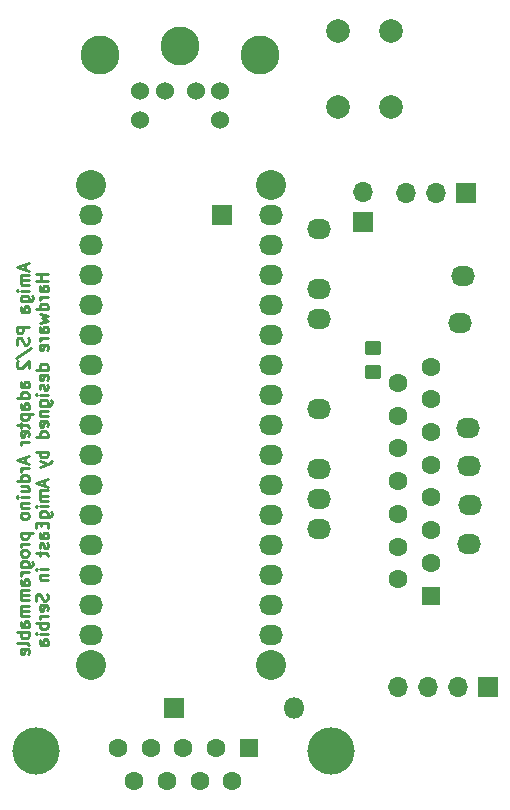
<source format=gbr>
%TF.GenerationSoftware,KiCad,Pcbnew,(6.0.2)*%
%TF.CreationDate,2024-04-09T06:49:27+01:00*%
%TF.ProjectId,amigaps2 revision1.7,616d6967-6170-4733-9220-726576697369,rev?*%
%TF.SameCoordinates,Original*%
%TF.FileFunction,Soldermask,Bot*%
%TF.FilePolarity,Negative*%
%FSLAX46Y46*%
G04 Gerber Fmt 4.6, Leading zero omitted, Abs format (unit mm)*
G04 Created by KiCad (PCBNEW (6.0.2)) date 2024-04-09 06:49:27*
%MOMM*%
%LPD*%
G01*
G04 APERTURE LIST*
G04 Aperture macros list*
%AMRoundRect*
0 Rectangle with rounded corners*
0 $1 Rounding radius*
0 $2 $3 $4 $5 $6 $7 $8 $9 X,Y pos of 4 corners*
0 Add a 4 corners polygon primitive as box body*
4,1,4,$2,$3,$4,$5,$6,$7,$8,$9,$2,$3,0*
0 Add four circle primitives for the rounded corners*
1,1,$1+$1,$2,$3*
1,1,$1+$1,$4,$5*
1,1,$1+$1,$6,$7*
1,1,$1+$1,$8,$9*
0 Add four rect primitives between the rounded corners*
20,1,$1+$1,$2,$3,$4,$5,0*
20,1,$1+$1,$4,$5,$6,$7,0*
20,1,$1+$1,$6,$7,$8,$9,0*
20,1,$1+$1,$8,$9,$2,$3,0*%
G04 Aperture macros list end*
%ADD10C,0.250000*%
%ADD11RoundRect,0.250000X0.450000X-0.350000X0.450000X0.350000X-0.450000X0.350000X-0.450000X-0.350000X0*%
%ADD12O,2.032000X1.727200*%
%ADD13C,2.540000*%
%ADD14R,1.700000X1.700000*%
%ADD15O,1.700000X1.700000*%
%ADD16C,1.600000*%
%ADD17C,4.000000*%
%ADD18R,1.600000X1.600000*%
%ADD19R,1.800000X1.800000*%
%ADD20O,1.800000X1.800000*%
%ADD21C,1.524000*%
%ADD22C,3.300000*%
%ADD23C,2.000000*%
G04 APERTURE END LIST*
D10*
X133851666Y-75386190D02*
X133851666Y-75862380D01*
X134137380Y-75290952D02*
X133137380Y-75624285D01*
X134137380Y-75957619D01*
X134137380Y-76290952D02*
X133470714Y-76290952D01*
X133565952Y-76290952D02*
X133518333Y-76338571D01*
X133470714Y-76433809D01*
X133470714Y-76576666D01*
X133518333Y-76671904D01*
X133613571Y-76719523D01*
X134137380Y-76719523D01*
X133613571Y-76719523D02*
X133518333Y-76767142D01*
X133470714Y-76862380D01*
X133470714Y-77005238D01*
X133518333Y-77100476D01*
X133613571Y-77148095D01*
X134137380Y-77148095D01*
X134137380Y-77624285D02*
X133470714Y-77624285D01*
X133137380Y-77624285D02*
X133185000Y-77576666D01*
X133232619Y-77624285D01*
X133185000Y-77671904D01*
X133137380Y-77624285D01*
X133232619Y-77624285D01*
X133470714Y-78529047D02*
X134280238Y-78529047D01*
X134375476Y-78481428D01*
X134423095Y-78433809D01*
X134470714Y-78338571D01*
X134470714Y-78195714D01*
X134423095Y-78100476D01*
X134089761Y-78529047D02*
X134137380Y-78433809D01*
X134137380Y-78243333D01*
X134089761Y-78148095D01*
X134042142Y-78100476D01*
X133946904Y-78052857D01*
X133661190Y-78052857D01*
X133565952Y-78100476D01*
X133518333Y-78148095D01*
X133470714Y-78243333D01*
X133470714Y-78433809D01*
X133518333Y-78529047D01*
X134137380Y-79433809D02*
X133613571Y-79433809D01*
X133518333Y-79386190D01*
X133470714Y-79290952D01*
X133470714Y-79100476D01*
X133518333Y-79005238D01*
X134089761Y-79433809D02*
X134137380Y-79338571D01*
X134137380Y-79100476D01*
X134089761Y-79005238D01*
X133994523Y-78957619D01*
X133899285Y-78957619D01*
X133804047Y-79005238D01*
X133756428Y-79100476D01*
X133756428Y-79338571D01*
X133708809Y-79433809D01*
X134137380Y-80671904D02*
X133137380Y-80671904D01*
X133137380Y-81052857D01*
X133185000Y-81148095D01*
X133232619Y-81195714D01*
X133327857Y-81243333D01*
X133470714Y-81243333D01*
X133565952Y-81195714D01*
X133613571Y-81148095D01*
X133661190Y-81052857D01*
X133661190Y-80671904D01*
X134089761Y-81624285D02*
X134137380Y-81767142D01*
X134137380Y-82005238D01*
X134089761Y-82100476D01*
X134042142Y-82148095D01*
X133946904Y-82195714D01*
X133851666Y-82195714D01*
X133756428Y-82148095D01*
X133708809Y-82100476D01*
X133661190Y-82005238D01*
X133613571Y-81814761D01*
X133565952Y-81719523D01*
X133518333Y-81671904D01*
X133423095Y-81624285D01*
X133327857Y-81624285D01*
X133232619Y-81671904D01*
X133185000Y-81719523D01*
X133137380Y-81814761D01*
X133137380Y-82052857D01*
X133185000Y-82195714D01*
X133089761Y-83338571D02*
X134375476Y-82481428D01*
X133232619Y-83624285D02*
X133185000Y-83671904D01*
X133137380Y-83767142D01*
X133137380Y-84005238D01*
X133185000Y-84100476D01*
X133232619Y-84148095D01*
X133327857Y-84195714D01*
X133423095Y-84195714D01*
X133565952Y-84148095D01*
X134137380Y-83576666D01*
X134137380Y-84195714D01*
X134137380Y-85814761D02*
X133613571Y-85814761D01*
X133518333Y-85767142D01*
X133470714Y-85671904D01*
X133470714Y-85481428D01*
X133518333Y-85386190D01*
X134089761Y-85814761D02*
X134137380Y-85719523D01*
X134137380Y-85481428D01*
X134089761Y-85386190D01*
X133994523Y-85338571D01*
X133899285Y-85338571D01*
X133804047Y-85386190D01*
X133756428Y-85481428D01*
X133756428Y-85719523D01*
X133708809Y-85814761D01*
X134137380Y-86719523D02*
X133137380Y-86719523D01*
X134089761Y-86719523D02*
X134137380Y-86624285D01*
X134137380Y-86433809D01*
X134089761Y-86338571D01*
X134042142Y-86290952D01*
X133946904Y-86243333D01*
X133661190Y-86243333D01*
X133565952Y-86290952D01*
X133518333Y-86338571D01*
X133470714Y-86433809D01*
X133470714Y-86624285D01*
X133518333Y-86719523D01*
X134137380Y-87624285D02*
X133613571Y-87624285D01*
X133518333Y-87576666D01*
X133470714Y-87481428D01*
X133470714Y-87290952D01*
X133518333Y-87195714D01*
X134089761Y-87624285D02*
X134137380Y-87529047D01*
X134137380Y-87290952D01*
X134089761Y-87195714D01*
X133994523Y-87148095D01*
X133899285Y-87148095D01*
X133804047Y-87195714D01*
X133756428Y-87290952D01*
X133756428Y-87529047D01*
X133708809Y-87624285D01*
X133470714Y-88100476D02*
X134470714Y-88100476D01*
X133518333Y-88100476D02*
X133470714Y-88195714D01*
X133470714Y-88386190D01*
X133518333Y-88481428D01*
X133565952Y-88529047D01*
X133661190Y-88576666D01*
X133946904Y-88576666D01*
X134042142Y-88529047D01*
X134089761Y-88481428D01*
X134137380Y-88386190D01*
X134137380Y-88195714D01*
X134089761Y-88100476D01*
X133470714Y-88862380D02*
X133470714Y-89243333D01*
X133137380Y-89005238D02*
X133994523Y-89005238D01*
X134089761Y-89052857D01*
X134137380Y-89148095D01*
X134137380Y-89243333D01*
X134089761Y-89957619D02*
X134137380Y-89862380D01*
X134137380Y-89671904D01*
X134089761Y-89576666D01*
X133994523Y-89529047D01*
X133613571Y-89529047D01*
X133518333Y-89576666D01*
X133470714Y-89671904D01*
X133470714Y-89862380D01*
X133518333Y-89957619D01*
X133613571Y-90005238D01*
X133708809Y-90005238D01*
X133804047Y-89529047D01*
X134137380Y-90433809D02*
X133470714Y-90433809D01*
X133661190Y-90433809D02*
X133565952Y-90481428D01*
X133518333Y-90529047D01*
X133470714Y-90624285D01*
X133470714Y-90719523D01*
X133851666Y-91767142D02*
X133851666Y-92243333D01*
X134137380Y-91671904D02*
X133137380Y-92005238D01*
X134137380Y-92338571D01*
X134137380Y-92671904D02*
X133470714Y-92671904D01*
X133661190Y-92671904D02*
X133565952Y-92719523D01*
X133518333Y-92767142D01*
X133470714Y-92862380D01*
X133470714Y-92957619D01*
X134137380Y-93719523D02*
X133137380Y-93719523D01*
X134089761Y-93719523D02*
X134137380Y-93624285D01*
X134137380Y-93433809D01*
X134089761Y-93338571D01*
X134042142Y-93290952D01*
X133946904Y-93243333D01*
X133661190Y-93243333D01*
X133565952Y-93290952D01*
X133518333Y-93338571D01*
X133470714Y-93433809D01*
X133470714Y-93624285D01*
X133518333Y-93719523D01*
X133470714Y-94624285D02*
X134137380Y-94624285D01*
X133470714Y-94195714D02*
X133994523Y-94195714D01*
X134089761Y-94243333D01*
X134137380Y-94338571D01*
X134137380Y-94481428D01*
X134089761Y-94576666D01*
X134042142Y-94624285D01*
X134137380Y-95100476D02*
X133470714Y-95100476D01*
X133137380Y-95100476D02*
X133185000Y-95052857D01*
X133232619Y-95100476D01*
X133185000Y-95148095D01*
X133137380Y-95100476D01*
X133232619Y-95100476D01*
X133470714Y-95576666D02*
X134137380Y-95576666D01*
X133565952Y-95576666D02*
X133518333Y-95624285D01*
X133470714Y-95719523D01*
X133470714Y-95862380D01*
X133518333Y-95957619D01*
X133613571Y-96005238D01*
X134137380Y-96005238D01*
X134137380Y-96624285D02*
X134089761Y-96529047D01*
X134042142Y-96481428D01*
X133946904Y-96433809D01*
X133661190Y-96433809D01*
X133565952Y-96481428D01*
X133518333Y-96529047D01*
X133470714Y-96624285D01*
X133470714Y-96767142D01*
X133518333Y-96862380D01*
X133565952Y-96909999D01*
X133661190Y-96957619D01*
X133946904Y-96957619D01*
X134042142Y-96909999D01*
X134089761Y-96862380D01*
X134137380Y-96767142D01*
X134137380Y-96624285D01*
X133470714Y-98148095D02*
X134470714Y-98148095D01*
X133518333Y-98148095D02*
X133470714Y-98243333D01*
X133470714Y-98433809D01*
X133518333Y-98529047D01*
X133565952Y-98576666D01*
X133661190Y-98624285D01*
X133946904Y-98624285D01*
X134042142Y-98576666D01*
X134089761Y-98529047D01*
X134137380Y-98433809D01*
X134137380Y-98243333D01*
X134089761Y-98148095D01*
X134137380Y-99052857D02*
X133470714Y-99052857D01*
X133661190Y-99052857D02*
X133565952Y-99100476D01*
X133518333Y-99148095D01*
X133470714Y-99243333D01*
X133470714Y-99338571D01*
X134137380Y-99814761D02*
X134089761Y-99719523D01*
X134042142Y-99671904D01*
X133946904Y-99624285D01*
X133661190Y-99624285D01*
X133565952Y-99671904D01*
X133518333Y-99719523D01*
X133470714Y-99814761D01*
X133470714Y-99957619D01*
X133518333Y-100052857D01*
X133565952Y-100100476D01*
X133661190Y-100148095D01*
X133946904Y-100148095D01*
X134042142Y-100100476D01*
X134089761Y-100052857D01*
X134137380Y-99957619D01*
X134137380Y-99814761D01*
X133470714Y-101005238D02*
X134280238Y-101005238D01*
X134375476Y-100957619D01*
X134423095Y-100909999D01*
X134470714Y-100814761D01*
X134470714Y-100671904D01*
X134423095Y-100576666D01*
X134089761Y-101005238D02*
X134137380Y-100909999D01*
X134137380Y-100719523D01*
X134089761Y-100624285D01*
X134042142Y-100576666D01*
X133946904Y-100529047D01*
X133661190Y-100529047D01*
X133565952Y-100576666D01*
X133518333Y-100624285D01*
X133470714Y-100719523D01*
X133470714Y-100909999D01*
X133518333Y-101005238D01*
X134137380Y-101481428D02*
X133470714Y-101481428D01*
X133661190Y-101481428D02*
X133565952Y-101529047D01*
X133518333Y-101576666D01*
X133470714Y-101671904D01*
X133470714Y-101767142D01*
X134137380Y-102529047D02*
X133613571Y-102529047D01*
X133518333Y-102481428D01*
X133470714Y-102386190D01*
X133470714Y-102195714D01*
X133518333Y-102100476D01*
X134089761Y-102529047D02*
X134137380Y-102433809D01*
X134137380Y-102195714D01*
X134089761Y-102100476D01*
X133994523Y-102052857D01*
X133899285Y-102052857D01*
X133804047Y-102100476D01*
X133756428Y-102195714D01*
X133756428Y-102433809D01*
X133708809Y-102529047D01*
X134137380Y-103005238D02*
X133470714Y-103005238D01*
X133565952Y-103005238D02*
X133518333Y-103052857D01*
X133470714Y-103148095D01*
X133470714Y-103290952D01*
X133518333Y-103386190D01*
X133613571Y-103433809D01*
X134137380Y-103433809D01*
X133613571Y-103433809D02*
X133518333Y-103481428D01*
X133470714Y-103576666D01*
X133470714Y-103719523D01*
X133518333Y-103814761D01*
X133613571Y-103862380D01*
X134137380Y-103862380D01*
X134137380Y-104338571D02*
X133470714Y-104338571D01*
X133565952Y-104338571D02*
X133518333Y-104386190D01*
X133470714Y-104481428D01*
X133470714Y-104624285D01*
X133518333Y-104719523D01*
X133613571Y-104767142D01*
X134137380Y-104767142D01*
X133613571Y-104767142D02*
X133518333Y-104814761D01*
X133470714Y-104909999D01*
X133470714Y-105052857D01*
X133518333Y-105148095D01*
X133613571Y-105195714D01*
X134137380Y-105195714D01*
X134137380Y-106100476D02*
X133613571Y-106100476D01*
X133518333Y-106052857D01*
X133470714Y-105957619D01*
X133470714Y-105767142D01*
X133518333Y-105671904D01*
X134089761Y-106100476D02*
X134137380Y-106005238D01*
X134137380Y-105767142D01*
X134089761Y-105671904D01*
X133994523Y-105624285D01*
X133899285Y-105624285D01*
X133804047Y-105671904D01*
X133756428Y-105767142D01*
X133756428Y-106005238D01*
X133708809Y-106100476D01*
X134137380Y-106576666D02*
X133137380Y-106576666D01*
X133518333Y-106576666D02*
X133470714Y-106671904D01*
X133470714Y-106862380D01*
X133518333Y-106957619D01*
X133565952Y-107005238D01*
X133661190Y-107052857D01*
X133946904Y-107052857D01*
X134042142Y-107005238D01*
X134089761Y-106957619D01*
X134137380Y-106862380D01*
X134137380Y-106671904D01*
X134089761Y-106576666D01*
X134137380Y-107624285D02*
X134089761Y-107529047D01*
X133994523Y-107481428D01*
X133137380Y-107481428D01*
X134089761Y-108386190D02*
X134137380Y-108290952D01*
X134137380Y-108100476D01*
X134089761Y-108005238D01*
X133994523Y-107957619D01*
X133613571Y-107957619D01*
X133518333Y-108005238D01*
X133470714Y-108100476D01*
X133470714Y-108290952D01*
X133518333Y-108386190D01*
X133613571Y-108433809D01*
X133708809Y-108433809D01*
X133804047Y-107957619D01*
X135747380Y-76219523D02*
X134747380Y-76219523D01*
X135223571Y-76219523D02*
X135223571Y-76790952D01*
X135747380Y-76790952D02*
X134747380Y-76790952D01*
X135747380Y-77695714D02*
X135223571Y-77695714D01*
X135128333Y-77648095D01*
X135080714Y-77552857D01*
X135080714Y-77362380D01*
X135128333Y-77267142D01*
X135699761Y-77695714D02*
X135747380Y-77600476D01*
X135747380Y-77362380D01*
X135699761Y-77267142D01*
X135604523Y-77219523D01*
X135509285Y-77219523D01*
X135414047Y-77267142D01*
X135366428Y-77362380D01*
X135366428Y-77600476D01*
X135318809Y-77695714D01*
X135747380Y-78171904D02*
X135080714Y-78171904D01*
X135271190Y-78171904D02*
X135175952Y-78219523D01*
X135128333Y-78267142D01*
X135080714Y-78362380D01*
X135080714Y-78457619D01*
X135747380Y-79219523D02*
X134747380Y-79219523D01*
X135699761Y-79219523D02*
X135747380Y-79124285D01*
X135747380Y-78933809D01*
X135699761Y-78838571D01*
X135652142Y-78790952D01*
X135556904Y-78743333D01*
X135271190Y-78743333D01*
X135175952Y-78790952D01*
X135128333Y-78838571D01*
X135080714Y-78933809D01*
X135080714Y-79124285D01*
X135128333Y-79219523D01*
X135080714Y-79600476D02*
X135747380Y-79790952D01*
X135271190Y-79981428D01*
X135747380Y-80171904D01*
X135080714Y-80362380D01*
X135747380Y-81171904D02*
X135223571Y-81171904D01*
X135128333Y-81124285D01*
X135080714Y-81029047D01*
X135080714Y-80838571D01*
X135128333Y-80743333D01*
X135699761Y-81171904D02*
X135747380Y-81076666D01*
X135747380Y-80838571D01*
X135699761Y-80743333D01*
X135604523Y-80695714D01*
X135509285Y-80695714D01*
X135414047Y-80743333D01*
X135366428Y-80838571D01*
X135366428Y-81076666D01*
X135318809Y-81171904D01*
X135747380Y-81648095D02*
X135080714Y-81648095D01*
X135271190Y-81648095D02*
X135175952Y-81695714D01*
X135128333Y-81743333D01*
X135080714Y-81838571D01*
X135080714Y-81933809D01*
X135699761Y-82648095D02*
X135747380Y-82552857D01*
X135747380Y-82362380D01*
X135699761Y-82267142D01*
X135604523Y-82219523D01*
X135223571Y-82219523D01*
X135128333Y-82267142D01*
X135080714Y-82362380D01*
X135080714Y-82552857D01*
X135128333Y-82648095D01*
X135223571Y-82695714D01*
X135318809Y-82695714D01*
X135414047Y-82219523D01*
X135747380Y-84314761D02*
X134747380Y-84314761D01*
X135699761Y-84314761D02*
X135747380Y-84219523D01*
X135747380Y-84029047D01*
X135699761Y-83933809D01*
X135652142Y-83886190D01*
X135556904Y-83838571D01*
X135271190Y-83838571D01*
X135175952Y-83886190D01*
X135128333Y-83933809D01*
X135080714Y-84029047D01*
X135080714Y-84219523D01*
X135128333Y-84314761D01*
X135699761Y-85171904D02*
X135747380Y-85076666D01*
X135747380Y-84886190D01*
X135699761Y-84790952D01*
X135604523Y-84743333D01*
X135223571Y-84743333D01*
X135128333Y-84790952D01*
X135080714Y-84886190D01*
X135080714Y-85076666D01*
X135128333Y-85171904D01*
X135223571Y-85219523D01*
X135318809Y-85219523D01*
X135414047Y-84743333D01*
X135699761Y-85600476D02*
X135747380Y-85695714D01*
X135747380Y-85886190D01*
X135699761Y-85981428D01*
X135604523Y-86029047D01*
X135556904Y-86029047D01*
X135461666Y-85981428D01*
X135414047Y-85886190D01*
X135414047Y-85743333D01*
X135366428Y-85648095D01*
X135271190Y-85600476D01*
X135223571Y-85600476D01*
X135128333Y-85648095D01*
X135080714Y-85743333D01*
X135080714Y-85886190D01*
X135128333Y-85981428D01*
X135747380Y-86457619D02*
X135080714Y-86457619D01*
X134747380Y-86457619D02*
X134795000Y-86410000D01*
X134842619Y-86457619D01*
X134795000Y-86505238D01*
X134747380Y-86457619D01*
X134842619Y-86457619D01*
X135080714Y-87362380D02*
X135890238Y-87362380D01*
X135985476Y-87314761D01*
X136033095Y-87267142D01*
X136080714Y-87171904D01*
X136080714Y-87029047D01*
X136033095Y-86933809D01*
X135699761Y-87362380D02*
X135747380Y-87267142D01*
X135747380Y-87076666D01*
X135699761Y-86981428D01*
X135652142Y-86933809D01*
X135556904Y-86886190D01*
X135271190Y-86886190D01*
X135175952Y-86933809D01*
X135128333Y-86981428D01*
X135080714Y-87076666D01*
X135080714Y-87267142D01*
X135128333Y-87362380D01*
X135080714Y-87838571D02*
X135747380Y-87838571D01*
X135175952Y-87838571D02*
X135128333Y-87886190D01*
X135080714Y-87981428D01*
X135080714Y-88124285D01*
X135128333Y-88219523D01*
X135223571Y-88267142D01*
X135747380Y-88267142D01*
X135699761Y-89124285D02*
X135747380Y-89029047D01*
X135747380Y-88838571D01*
X135699761Y-88743333D01*
X135604523Y-88695714D01*
X135223571Y-88695714D01*
X135128333Y-88743333D01*
X135080714Y-88838571D01*
X135080714Y-89029047D01*
X135128333Y-89124285D01*
X135223571Y-89171904D01*
X135318809Y-89171904D01*
X135414047Y-88695714D01*
X135747380Y-90029047D02*
X134747380Y-90029047D01*
X135699761Y-90029047D02*
X135747380Y-89933809D01*
X135747380Y-89743333D01*
X135699761Y-89648095D01*
X135652142Y-89600476D01*
X135556904Y-89552857D01*
X135271190Y-89552857D01*
X135175952Y-89600476D01*
X135128333Y-89648095D01*
X135080714Y-89743333D01*
X135080714Y-89933809D01*
X135128333Y-90029047D01*
X135747380Y-91267142D02*
X134747380Y-91267142D01*
X135128333Y-91267142D02*
X135080714Y-91362380D01*
X135080714Y-91552857D01*
X135128333Y-91648095D01*
X135175952Y-91695714D01*
X135271190Y-91743333D01*
X135556904Y-91743333D01*
X135652142Y-91695714D01*
X135699761Y-91648095D01*
X135747380Y-91552857D01*
X135747380Y-91362380D01*
X135699761Y-91267142D01*
X135080714Y-92076666D02*
X135747380Y-92314761D01*
X135080714Y-92552857D02*
X135747380Y-92314761D01*
X135985476Y-92219523D01*
X136033095Y-92171904D01*
X136080714Y-92076666D01*
X135461666Y-93648095D02*
X135461666Y-94124285D01*
X135747380Y-93552857D02*
X134747380Y-93886190D01*
X135747380Y-94219523D01*
X135747380Y-94552857D02*
X135080714Y-94552857D01*
X135175952Y-94552857D02*
X135128333Y-94600476D01*
X135080714Y-94695714D01*
X135080714Y-94838571D01*
X135128333Y-94933809D01*
X135223571Y-94981428D01*
X135747380Y-94981428D01*
X135223571Y-94981428D02*
X135128333Y-95029047D01*
X135080714Y-95124285D01*
X135080714Y-95267142D01*
X135128333Y-95362380D01*
X135223571Y-95409999D01*
X135747380Y-95409999D01*
X135747380Y-95886190D02*
X135080714Y-95886190D01*
X134747380Y-95886190D02*
X134795000Y-95838571D01*
X134842619Y-95886190D01*
X134795000Y-95933809D01*
X134747380Y-95886190D01*
X134842619Y-95886190D01*
X135080714Y-96790952D02*
X135890238Y-96790952D01*
X135985476Y-96743333D01*
X136033095Y-96695714D01*
X136080714Y-96600476D01*
X136080714Y-96457619D01*
X136033095Y-96362380D01*
X135699761Y-96790952D02*
X135747380Y-96695714D01*
X135747380Y-96505238D01*
X135699761Y-96409999D01*
X135652142Y-96362380D01*
X135556904Y-96314761D01*
X135271190Y-96314761D01*
X135175952Y-96362380D01*
X135128333Y-96409999D01*
X135080714Y-96505238D01*
X135080714Y-96695714D01*
X135128333Y-96790952D01*
X135223571Y-97267142D02*
X135223571Y-97600476D01*
X135747380Y-97743333D02*
X135747380Y-97267142D01*
X134747380Y-97267142D01*
X134747380Y-97743333D01*
X135747380Y-98600476D02*
X135223571Y-98600476D01*
X135128333Y-98552857D01*
X135080714Y-98457619D01*
X135080714Y-98267142D01*
X135128333Y-98171904D01*
X135699761Y-98600476D02*
X135747380Y-98505238D01*
X135747380Y-98267142D01*
X135699761Y-98171904D01*
X135604523Y-98124285D01*
X135509285Y-98124285D01*
X135414047Y-98171904D01*
X135366428Y-98267142D01*
X135366428Y-98505238D01*
X135318809Y-98600476D01*
X135699761Y-99029047D02*
X135747380Y-99124285D01*
X135747380Y-99314761D01*
X135699761Y-99409999D01*
X135604523Y-99457619D01*
X135556904Y-99457619D01*
X135461666Y-99409999D01*
X135414047Y-99314761D01*
X135414047Y-99171904D01*
X135366428Y-99076666D01*
X135271190Y-99029047D01*
X135223571Y-99029047D01*
X135128333Y-99076666D01*
X135080714Y-99171904D01*
X135080714Y-99314761D01*
X135128333Y-99409999D01*
X135080714Y-99743333D02*
X135080714Y-100124285D01*
X134747380Y-99886190D02*
X135604523Y-99886190D01*
X135699761Y-99933809D01*
X135747380Y-100029047D01*
X135747380Y-100124285D01*
X135747380Y-101219523D02*
X135080714Y-101219523D01*
X134747380Y-101219523D02*
X134795000Y-101171904D01*
X134842619Y-101219523D01*
X134795000Y-101267142D01*
X134747380Y-101219523D01*
X134842619Y-101219523D01*
X135080714Y-101695714D02*
X135747380Y-101695714D01*
X135175952Y-101695714D02*
X135128333Y-101743333D01*
X135080714Y-101838571D01*
X135080714Y-101981428D01*
X135128333Y-102076666D01*
X135223571Y-102124285D01*
X135747380Y-102124285D01*
X135699761Y-103314761D02*
X135747380Y-103457619D01*
X135747380Y-103695714D01*
X135699761Y-103790952D01*
X135652142Y-103838571D01*
X135556904Y-103886190D01*
X135461666Y-103886190D01*
X135366428Y-103838571D01*
X135318809Y-103790952D01*
X135271190Y-103695714D01*
X135223571Y-103505238D01*
X135175952Y-103409999D01*
X135128333Y-103362380D01*
X135033095Y-103314761D01*
X134937857Y-103314761D01*
X134842619Y-103362380D01*
X134795000Y-103409999D01*
X134747380Y-103505238D01*
X134747380Y-103743333D01*
X134795000Y-103886190D01*
X135699761Y-104695714D02*
X135747380Y-104600476D01*
X135747380Y-104409999D01*
X135699761Y-104314761D01*
X135604523Y-104267142D01*
X135223571Y-104267142D01*
X135128333Y-104314761D01*
X135080714Y-104409999D01*
X135080714Y-104600476D01*
X135128333Y-104695714D01*
X135223571Y-104743333D01*
X135318809Y-104743333D01*
X135414047Y-104267142D01*
X135747380Y-105171904D02*
X135080714Y-105171904D01*
X135271190Y-105171904D02*
X135175952Y-105219523D01*
X135128333Y-105267142D01*
X135080714Y-105362380D01*
X135080714Y-105457619D01*
X135747380Y-105790952D02*
X134747380Y-105790952D01*
X135128333Y-105790952D02*
X135080714Y-105886190D01*
X135080714Y-106076666D01*
X135128333Y-106171904D01*
X135175952Y-106219523D01*
X135271190Y-106267142D01*
X135556904Y-106267142D01*
X135652142Y-106219523D01*
X135699761Y-106171904D01*
X135747380Y-106076666D01*
X135747380Y-105886190D01*
X135699761Y-105790952D01*
X135747380Y-106695714D02*
X135080714Y-106695714D01*
X134747380Y-106695714D02*
X134795000Y-106648095D01*
X134842619Y-106695714D01*
X134795000Y-106743333D01*
X134747380Y-106695714D01*
X134842619Y-106695714D01*
X135747380Y-107600476D02*
X135223571Y-107600476D01*
X135128333Y-107552857D01*
X135080714Y-107457619D01*
X135080714Y-107267142D01*
X135128333Y-107171904D01*
X135699761Y-107600476D02*
X135747380Y-107505238D01*
X135747380Y-107267142D01*
X135699761Y-107171904D01*
X135604523Y-107124285D01*
X135509285Y-107124285D01*
X135414047Y-107171904D01*
X135366428Y-107267142D01*
X135366428Y-107505238D01*
X135318809Y-107600476D01*
D11*
%TO.C,10k*%
X163310000Y-84510000D03*
X163310000Y-82510000D03*
%TD*%
D12*
%TO.C,P1*%
X139446000Y-71247000D03*
X139446000Y-73787000D03*
X139446000Y-76327000D03*
X139446000Y-78867000D03*
X139446000Y-81407000D03*
X139446000Y-83947000D03*
X139446000Y-86487000D03*
X139446000Y-91567000D03*
X139446000Y-94107000D03*
X139446000Y-96647000D03*
X139446000Y-99187000D03*
X139446000Y-101727000D03*
X139446000Y-104267000D03*
X139446000Y-106807000D03*
X139446000Y-89027000D03*
%TD*%
%TO.C,P2*%
X154686000Y-71247000D03*
X154686000Y-73787000D03*
X154686000Y-76327000D03*
X154686000Y-78867000D03*
X154686000Y-81407000D03*
X154686000Y-83947000D03*
X154686000Y-86487000D03*
X154686000Y-89027000D03*
X154686000Y-91567000D03*
X154686000Y-94107000D03*
X154686000Y-96647000D03*
X154686000Y-99187000D03*
X154686000Y-101727000D03*
X154686000Y-104267000D03*
X154686000Y-106807000D03*
%TD*%
D13*
%TO.C,P3*%
X139446000Y-68707000D03*
%TD*%
%TO.C,P4*%
X139446000Y-109347000D03*
%TD*%
%TO.C,P5*%
X154686000Y-109347000D03*
%TD*%
%TO.C,P6*%
X154686000Y-68707000D03*
%TD*%
D12*
%TO.C,*%
X171480000Y-95790000D03*
%TD*%
%TO.C,*%
X170670000Y-80350000D03*
%TD*%
D14*
%TO.C,REF\u002A\u002A*%
X162458400Y-71780400D03*
D15*
X162458400Y-69240400D03*
%TD*%
D16*
%TO.C,*%
X165384200Y-93759200D03*
%TD*%
D12*
%TO.C,*%
X171410000Y-92520000D03*
%TD*%
%TO.C,*%
X158750000Y-80010000D03*
%TD*%
D16*
%TO.C,*%
X165384200Y-96529200D03*
%TD*%
D12*
%TO.C,*%
X171420000Y-99070000D03*
%TD*%
D16*
%TO.C,*%
X165384200Y-102069200D03*
%TD*%
D14*
%TO.C,CONFIG*%
X171181000Y-69367000D03*
D15*
X168641000Y-69367000D03*
X166101000Y-69367000D03*
%TD*%
D16*
%TO.C,*%
X168224200Y-89604200D03*
%TD*%
D12*
%TO.C,*%
X158750000Y-87630000D03*
%TD*%
D17*
%TO.C,Female DSUB9 connector*%
X134741000Y-116632000D03*
X159741000Y-116632000D03*
D16*
X148626000Y-119172000D03*
X145856000Y-119172000D03*
X150011000Y-116332000D03*
X144471000Y-116332000D03*
X151396000Y-119172000D03*
X141701000Y-116332000D03*
X143086000Y-119172000D03*
D18*
X152781000Y-116332000D03*
D16*
X147241000Y-116332000D03*
%TD*%
D19*
%TO.C,DIODE*%
X146470000Y-113010000D03*
D20*
X156630000Y-113010000D03*
%TD*%
D12*
%TO.C,*%
X158750000Y-95250000D03*
%TD*%
D16*
%TO.C,*%
X168224200Y-95144200D03*
%TD*%
%TO.C,*%
X168224200Y-84064200D03*
%TD*%
D21*
%TO.C,J1*%
X143568000Y-60706000D03*
X150368000Y-60706000D03*
D22*
X146968000Y-56906000D03*
X140218000Y-57706000D03*
X153718000Y-57706000D03*
D21*
X143568000Y-63206000D03*
X150368000Y-63206000D03*
X145668000Y-60706000D03*
X148268000Y-60706000D03*
%TD*%
D18*
%TO.C,*%
X168224200Y-103454200D03*
%TD*%
D14*
%TO.C,REF\u002A\u002A*%
X173020000Y-111175000D03*
D15*
X170480000Y-111175000D03*
X167940000Y-111175000D03*
X165400000Y-111175000D03*
%TD*%
D12*
%TO.C,*%
X158750000Y-77470000D03*
%TD*%
D16*
%TO.C,*%
X165384200Y-90989200D03*
%TD*%
D12*
%TO.C,*%
X170890000Y-76360000D03*
%TD*%
D16*
%TO.C,*%
X168224200Y-100684200D03*
%TD*%
D12*
%TO.C,*%
X171360000Y-89240000D03*
%TD*%
%TO.C,*%
X158750000Y-97790000D03*
%TD*%
D16*
%TO.C,*%
X168224200Y-97914200D03*
%TD*%
D23*
%TO.C,MouseDPI*%
X164846000Y-62126000D03*
X164846000Y-55626000D03*
X160346000Y-62126000D03*
X160346000Y-55626000D03*
%TD*%
D14*
%TO.C,REF\u002A\u002A*%
X150469600Y-71221600D03*
%TD*%
D16*
%TO.C,*%
X165384200Y-99299200D03*
%TD*%
%TO.C,*%
X165384200Y-85449200D03*
%TD*%
D12*
%TO.C,*%
X158750000Y-72390000D03*
%TD*%
%TO.C,*%
X158750000Y-92710000D03*
%TD*%
D16*
%TO.C,*%
X168224200Y-86834200D03*
%TD*%
%TO.C,*%
X165384200Y-88219200D03*
%TD*%
%TO.C,*%
X168224200Y-92374200D03*
%TD*%
M02*

</source>
